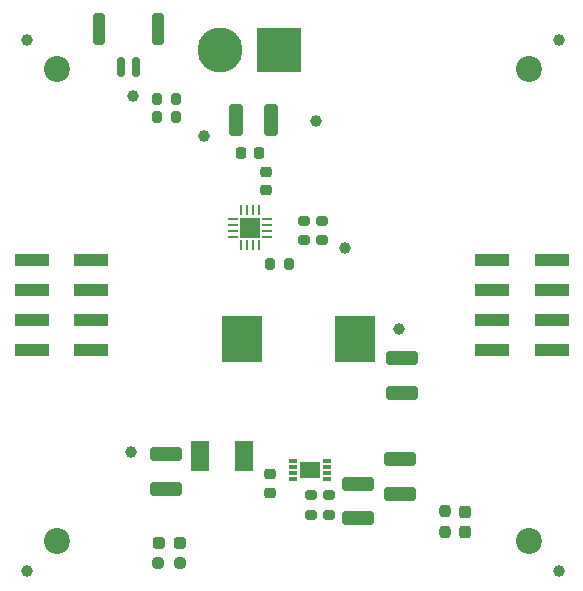
<source format=gts>
G04 #@! TF.GenerationSoftware,KiCad,Pcbnew,8.0.1*
G04 #@! TF.CreationDate,2025-02-17T13:19:52+05:00*
G04 #@! TF.ProjectId,2s_power,32735f70-6f77-4657-922e-6b696361645f,rev?*
G04 #@! TF.SameCoordinates,Original*
G04 #@! TF.FileFunction,Soldermask,Top*
G04 #@! TF.FilePolarity,Negative*
%FSLAX46Y46*%
G04 Gerber Fmt 4.6, Leading zero omitted, Abs format (unit mm)*
G04 Created by KiCad (PCBNEW 8.0.1) date 2025-02-17 13:19:52*
%MOMM*%
%LPD*%
G01*
G04 APERTURE LIST*
G04 Aperture macros list*
%AMRoundRect*
0 Rectangle with rounded corners*
0 $1 Rounding radius*
0 $2 $3 $4 $5 $6 $7 $8 $9 X,Y pos of 4 corners*
0 Add a 4 corners polygon primitive as box body*
4,1,4,$2,$3,$4,$5,$6,$7,$8,$9,$2,$3,0*
0 Add four circle primitives for the rounded corners*
1,1,$1+$1,$2,$3*
1,1,$1+$1,$4,$5*
1,1,$1+$1,$6,$7*
1,1,$1+$1,$8,$9*
0 Add four rect primitives between the rounded corners*
20,1,$1+$1,$2,$3,$4,$5,0*
20,1,$1+$1,$4,$5,$6,$7,0*
20,1,$1+$1,$6,$7,$8,$9,0*
20,1,$1+$1,$8,$9,$2,$3,0*%
G04 Aperture macros list end*
%ADD10R,3.000000X1.000000*%
%ADD11RoundRect,0.237500X-0.237500X0.250000X-0.237500X-0.250000X0.237500X-0.250000X0.237500X0.250000X0*%
%ADD12R,3.500000X4.000000*%
%ADD13RoundRect,0.250000X-1.100000X0.325000X-1.100000X-0.325000X1.100000X-0.325000X1.100000X0.325000X0*%
%ADD14C,2.200000*%
%ADD15RoundRect,0.200000X-0.275000X0.200000X-0.275000X-0.200000X0.275000X-0.200000X0.275000X0.200000X0*%
%ADD16C,1.000000*%
%ADD17RoundRect,0.062500X0.062500X-0.350000X0.062500X0.350000X-0.062500X0.350000X-0.062500X-0.350000X0*%
%ADD18RoundRect,0.062500X0.350000X-0.062500X0.350000X0.062500X-0.350000X0.062500X-0.350000X-0.062500X0*%
%ADD19R,1.680000X1.680000*%
%ADD20R,1.500000X2.500000*%
%ADD21RoundRect,0.200000X0.275000X-0.200000X0.275000X0.200000X-0.275000X0.200000X-0.275000X-0.200000X0*%
%ADD22RoundRect,0.200000X-0.200000X-0.275000X0.200000X-0.275000X0.200000X0.275000X-0.200000X0.275000X0*%
%ADD23RoundRect,0.237500X-0.250000X-0.237500X0.250000X-0.237500X0.250000X0.237500X-0.250000X0.237500X0*%
%ADD24RoundRect,0.225000X-0.250000X0.225000X-0.250000X-0.225000X0.250000X-0.225000X0.250000X0.225000X0*%
%ADD25RoundRect,0.225000X0.250000X-0.225000X0.250000X0.225000X-0.250000X0.225000X-0.250000X-0.225000X0*%
%ADD26RoundRect,0.250000X-0.325000X-1.100000X0.325000X-1.100000X0.325000X1.100000X-0.325000X1.100000X0*%
%ADD27RoundRect,0.200000X0.200000X0.275000X-0.200000X0.275000X-0.200000X-0.275000X0.200000X-0.275000X0*%
%ADD28R,0.750000X0.300000*%
%ADD29R,1.750000X1.450000*%
%ADD30RoundRect,0.237500X-0.237500X0.287500X-0.237500X-0.287500X0.237500X-0.287500X0.237500X0.287500X0*%
%ADD31RoundRect,0.150000X0.150000X0.700000X-0.150000X0.700000X-0.150000X-0.700000X0.150000X-0.700000X0*%
%ADD32RoundRect,0.250000X0.250000X1.100000X-0.250000X1.100000X-0.250000X-1.100000X0.250000X-1.100000X0*%
%ADD33RoundRect,0.237500X-0.287500X-0.237500X0.287500X-0.237500X0.287500X0.237500X-0.287500X0.237500X0*%
%ADD34RoundRect,0.225000X0.225000X0.250000X-0.225000X0.250000X-0.225000X-0.250000X0.225000X-0.250000X0*%
%ADD35R,3.800000X3.800000*%
%ADD36C,3.800000*%
G04 APERTURE END LIST*
D10*
X181880000Y-108810000D03*
X186920000Y-108810000D03*
X181880000Y-106270001D03*
X186920000Y-106270001D03*
X181880000Y-103729999D03*
X186920000Y-103729999D03*
X181880000Y-101190000D03*
X186920000Y-101190000D03*
D11*
X177901800Y-122410951D03*
X177901800Y-124235951D03*
D12*
X160725000Y-107875000D03*
X170225000Y-107875000D03*
D13*
X170525001Y-120100001D03*
X170525001Y-123050003D03*
D14*
X185000000Y-125000000D03*
X145000000Y-85000000D03*
D15*
X167475000Y-97825000D03*
X167475000Y-99475000D03*
D14*
X145000000Y-125000000D03*
D16*
X167000000Y-89375000D03*
D17*
X160625000Y-99900000D03*
X161125000Y-99900000D03*
X161625000Y-99900000D03*
X162125000Y-99900000D03*
D18*
X162837500Y-99187500D03*
X162837500Y-98687500D03*
X162837500Y-98187500D03*
X162837500Y-97687500D03*
D17*
X162125000Y-96975000D03*
X161625000Y-96975000D03*
X161125000Y-96975000D03*
X160625000Y-96975000D03*
D18*
X159912500Y-97687500D03*
X159912500Y-98187500D03*
X159912500Y-98687500D03*
X159912500Y-99187500D03*
D19*
X161375000Y-98437500D03*
D20*
X160875001Y-117750000D03*
X157174999Y-117750000D03*
D16*
X151328800Y-117445200D03*
D13*
X174101800Y-118017200D03*
X174101800Y-120967202D03*
D10*
X147920000Y-101190000D03*
X142880000Y-101190000D03*
X147920000Y-103730000D03*
X142880000Y-103730000D03*
X147920000Y-106270000D03*
X142880000Y-106270000D03*
X147920000Y-108810000D03*
X142880000Y-108810000D03*
D16*
X187500000Y-82500000D03*
X142500000Y-127500000D03*
D15*
X168025000Y-121100002D03*
X168025000Y-122750002D03*
D21*
X165925000Y-99475000D03*
X165925000Y-97825000D03*
D22*
X153475000Y-89050000D03*
X155125000Y-89050000D03*
D23*
X153576801Y-126854700D03*
X155401801Y-126854700D03*
D24*
X162750000Y-93725000D03*
X162750000Y-95275000D03*
D21*
X166525000Y-122750002D03*
X166525000Y-121100002D03*
D16*
X187500000Y-127500000D03*
D25*
X163025000Y-120875001D03*
X163025000Y-119325001D03*
D16*
X151450000Y-87275000D03*
X169450000Y-100150000D03*
X157475000Y-90700000D03*
D26*
X160200000Y-89300000D03*
X163150000Y-89300000D03*
D27*
X164700000Y-101475000D03*
X163050000Y-101475000D03*
X155125000Y-87550000D03*
X153475000Y-87550000D03*
D13*
X154271001Y-117593998D03*
X154271001Y-120544000D03*
D16*
X173975000Y-107050000D03*
D14*
X185000000Y-85000000D03*
D28*
X167912500Y-119712501D03*
X167912500Y-119212501D03*
X167912500Y-118712501D03*
X167912500Y-118212501D03*
X165012500Y-118212501D03*
X165012500Y-118712501D03*
X165012500Y-119212501D03*
X165012500Y-119712501D03*
D29*
X166462500Y-118962501D03*
D30*
X179551800Y-122473452D03*
X179551800Y-124223450D03*
D16*
X142500000Y-82500000D03*
D31*
X151725000Y-84850000D03*
X150475000Y-84850000D03*
D32*
X153575000Y-81650000D03*
X148625000Y-81650000D03*
D33*
X153701802Y-125129700D03*
X155451800Y-125129700D03*
D13*
X174225000Y-109449999D03*
X174225000Y-112400001D03*
D34*
X162150000Y-92075000D03*
X160600000Y-92075000D03*
D35*
X163800000Y-83400000D03*
D36*
X158800000Y-83400000D03*
M02*

</source>
